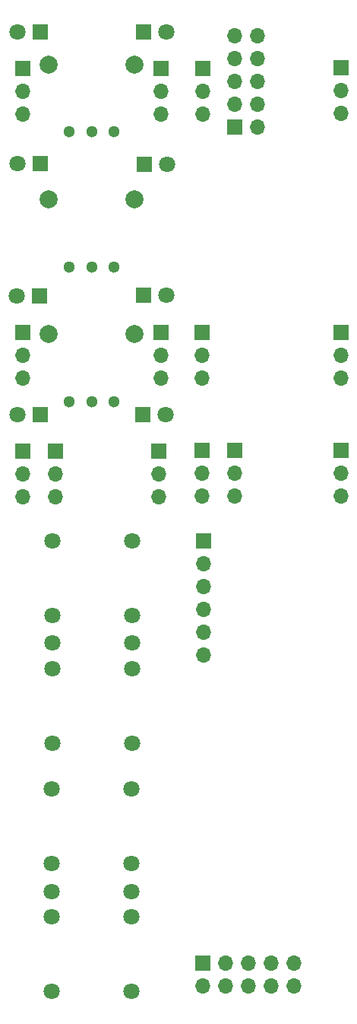
<source format=gbr>
%TF.GenerationSoftware,KiCad,Pcbnew,5.1.8*%
%TF.CreationDate,2020-11-17T21:54:47+01:00*%
%TF.ProjectId,kompas,6b6f6d70-6173-42e6-9b69-6361645f7063,rev?*%
%TF.SameCoordinates,Original*%
%TF.FileFunction,Soldermask,Bot*%
%TF.FilePolarity,Negative*%
%FSLAX46Y46*%
G04 Gerber Fmt 4.6, Leading zero omitted, Abs format (unit mm)*
G04 Created by KiCad (PCBNEW 5.1.8) date 2020-11-17 21:54:47*
%MOMM*%
%LPD*%
G01*
G04 APERTURE LIST*
%ADD10C,1.800000*%
%ADD11O,1.700000X1.700000*%
%ADD12R,1.700000X1.700000*%
%ADD13R,1.800000X1.800000*%
%ADD14C,1.300000*%
%ADD15C,2.000000*%
G04 APERTURE END LIST*
D10*
%TO.C,J_OUT0*%
X102906116Y-119515380D03*
X102906116Y-111215380D03*
%TD*%
%TO.C,J_IN0*%
X94016116Y-119515380D03*
X94016116Y-111215380D03*
%TD*%
%TO.C,J_IN2*%
X93980000Y-147160000D03*
X93980000Y-138860000D03*
%TD*%
%TO.C,J_OUT2*%
X102870000Y-147160000D03*
X102870000Y-138860000D03*
%TD*%
D11*
%TO.C,J6*%
X110771692Y-49486200D03*
X110771692Y-46946200D03*
D12*
X110771692Y-44406200D03*
%TD*%
%TO.C,J20*%
X94363691Y-87062793D03*
D11*
X94363691Y-89602793D03*
X94363691Y-92142793D03*
%TD*%
%TO.C,J12*%
X114366008Y-92052988D03*
X114366008Y-89512988D03*
D12*
X114366008Y-86972988D03*
%TD*%
D11*
%TO.C,J19*%
X90720271Y-78853952D03*
X90720271Y-76313952D03*
D12*
X90720271Y-73773952D03*
%TD*%
D11*
%TO.C,J18*%
X105918000Y-92138500D03*
X105918000Y-89598500D03*
D12*
X105918000Y-87058500D03*
%TD*%
D11*
%TO.C,J16*%
X90741500Y-92138500D03*
X90741500Y-89598500D03*
D12*
X90741500Y-87058500D03*
%TD*%
D11*
%TO.C,J15*%
X106107362Y-78853952D03*
X106107362Y-76313952D03*
D12*
X106107362Y-73773952D03*
%TD*%
D11*
%TO.C,J14*%
X106104316Y-49515441D03*
X106104316Y-46975441D03*
D12*
X106104316Y-44435441D03*
%TD*%
D11*
%TO.C,J13*%
X90703287Y-49538670D03*
X90703287Y-46998670D03*
D12*
X90703287Y-44458670D03*
%TD*%
D11*
%TO.C,J11*%
X110745537Y-78856062D03*
X110745537Y-76316062D03*
D12*
X110745537Y-73776062D03*
%TD*%
D11*
%TO.C,J10*%
X126181747Y-92043749D03*
X126181747Y-89503749D03*
D12*
X126181747Y-86963749D03*
%TD*%
D11*
%TO.C,J9*%
X110754167Y-92052988D03*
X110754167Y-89512988D03*
D12*
X110754167Y-86972988D03*
%TD*%
D11*
%TO.C,J8*%
X126167215Y-78856062D03*
X126167215Y-76316062D03*
D12*
X126167215Y-73776062D03*
%TD*%
D11*
%TO.C,J7*%
X126195950Y-49439741D03*
X126195950Y-46899741D03*
D12*
X126195950Y-44359741D03*
%TD*%
D10*
%TO.C,D2*%
X106728923Y-40377027D03*
D13*
X104188923Y-40377027D03*
%TD*%
D10*
%TO.C,D3*%
X106786157Y-55117030D03*
D13*
X104246157Y-55117030D03*
%TD*%
D11*
%TO.C,J4*%
X116889899Y-40785061D03*
X114349899Y-40785061D03*
X116889899Y-43325061D03*
X114349899Y-43325061D03*
X116889899Y-45865061D03*
X114349899Y-45865061D03*
X116889899Y-48405061D03*
X114349899Y-48405061D03*
X116889899Y-50945061D03*
D12*
X114349899Y-50945061D03*
%TD*%
D11*
%TO.C,J5*%
X110860247Y-109721988D03*
X110860247Y-107181988D03*
X110860247Y-104641988D03*
X110860247Y-102101988D03*
X110860247Y-99561988D03*
D12*
X110860247Y-97021988D03*
%TD*%
D10*
%TO.C,D4*%
X106761460Y-69680369D03*
D13*
X104221460Y-69680369D03*
%TD*%
D14*
%TO.C,RV2*%
X95895890Y-81500000D03*
X98395890Y-81500000D03*
X100895890Y-81500000D03*
D15*
X93595890Y-74000000D03*
X103195890Y-74000000D03*
%TD*%
D10*
%TO.C,J_OUT1*%
X102870000Y-124620000D03*
X102870000Y-136020000D03*
X102870000Y-132920000D03*
%TD*%
%TO.C,J_IN1*%
X93980000Y-124620000D03*
X93980000Y-136020000D03*
X93980000Y-132920000D03*
%TD*%
%TO.C,D9*%
X90039574Y-69713968D03*
D13*
X92579574Y-69713968D03*
%TD*%
D10*
%TO.C,D8*%
X90118652Y-55020267D03*
D13*
X92658652Y-55020267D03*
%TD*%
D10*
%TO.C,J_CLOCK0*%
X94016116Y-96975380D03*
X94016116Y-108375380D03*
X94016116Y-105275380D03*
%TD*%
%TO.C,D5*%
X90170000Y-82931000D03*
D13*
X92710000Y-82931000D03*
%TD*%
D10*
%TO.C,D6*%
X106650890Y-82917387D03*
D13*
X104110890Y-82917387D03*
%TD*%
D12*
%TO.C,J_POWER0*%
X110796747Y-144011988D03*
D11*
X110796747Y-146551988D03*
X113336747Y-144011988D03*
X113336747Y-146551988D03*
X115876747Y-144011988D03*
X115876747Y-146551988D03*
X118416747Y-144011988D03*
X118416747Y-146551988D03*
X120956747Y-144011988D03*
X120956747Y-146551988D03*
%TD*%
D10*
%TO.C,J_RESET0*%
X102906116Y-96975380D03*
X102906116Y-108375380D03*
X102906116Y-105275380D03*
%TD*%
%TO.C,D7*%
X90097039Y-40400894D03*
D13*
X92637039Y-40400894D03*
%TD*%
D14*
%TO.C,RV0*%
X95895890Y-51500000D03*
X98395890Y-51500000D03*
X100895890Y-51500000D03*
D15*
X93595890Y-44000000D03*
X103195890Y-44000000D03*
%TD*%
D14*
%TO.C,RV1*%
X95895890Y-66500000D03*
X98395890Y-66500000D03*
X100895890Y-66500000D03*
D15*
X93595890Y-59000000D03*
X103195890Y-59000000D03*
%TD*%
M02*

</source>
